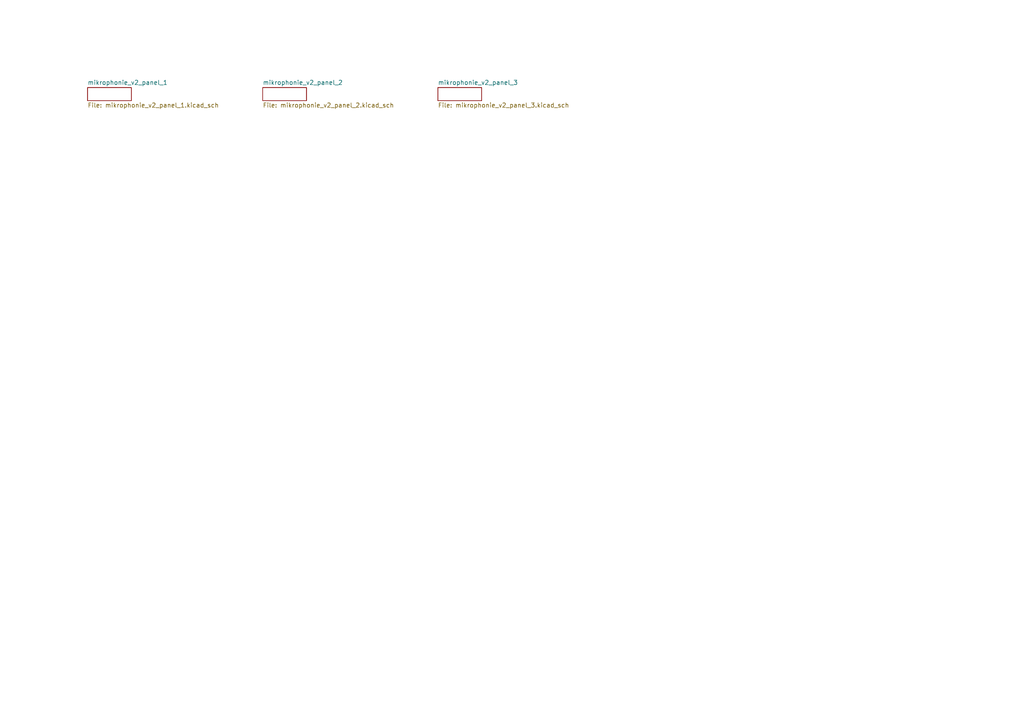
<source format=kicad_sch>
(kicad_sch (version 20230121) (generator eeschema)
  (paper "A4")
  (lib_symbols)
  (sheet (at 127 25.4) (size 12.7 3.81)
    (property "Sheetname" "mikrophonie_v2_panel_3" (at 127 24.6884 0) (effects (justify left bottom)))
    (property "Sheetfile" "mikrophonie_v2_panel_3.kicad_sch" (at 127 29.7946 0) (effects (justify left top)))
  )
  (sheet (at 25.4 25.4) (size 12.7 3.81)
    (property "Sheetname" "mikrophonie_v2_panel_1" (at 25.4 24.6884 0) (effects (justify left bottom)))
    (property "Sheetfile" "mikrophonie_v2_panel_1.kicad_sch" (at 25.4 29.7946 0) (effects (justify left top)))
  )
  (sheet (at 76.2 25.4) (size 12.7 3.81)
    (property "Sheetname" "mikrophonie_v2_panel_2" (at 76.2 24.6884 0) (effects (justify left bottom)))
    (property "Sheetfile" "mikrophonie_v2_panel_2.kicad_sch" (at 76.2 29.7946 0) (effects (justify left top)))
  )
)
</source>
